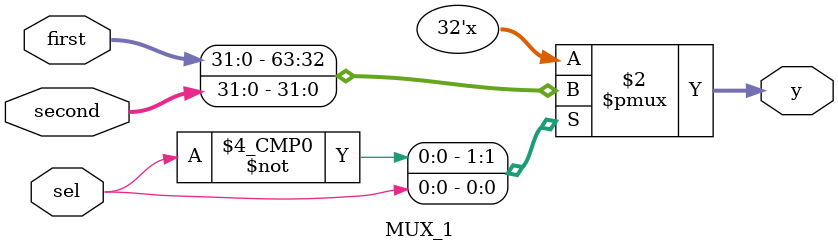
<source format=v>
module MUX_1(
           input [31:0]      first,
           input [31:0]      second,
           input             sel,
           output reg [31:0] y);
   always @(first, second, sel) begin
      case(sel)
        1'b0: y <= first;
        1'b1: y <= second;
        default: y <= first;
      endcase // case (sel)
   end
endmodule // MUX

</source>
